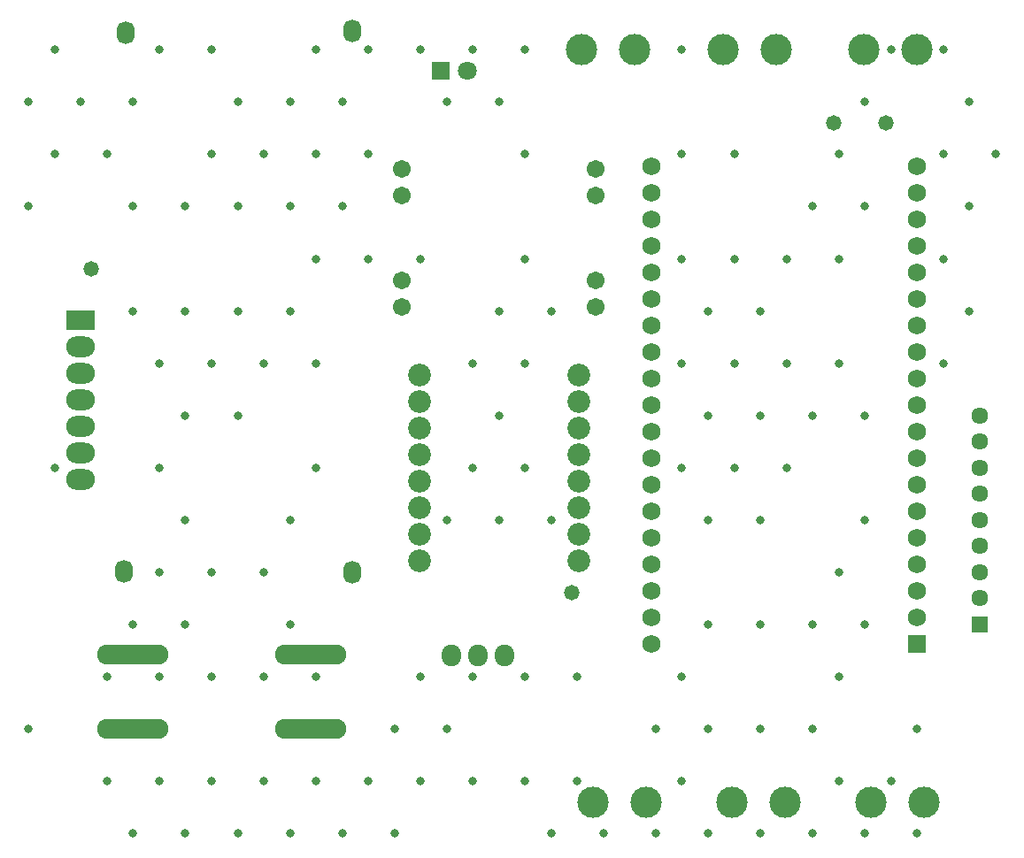
<source format=gts>
G04*
G04 #@! TF.GenerationSoftware,Altium Limited,Altium Designer,24.1.2 (44)*
G04*
G04 Layer_Color=8388736*
%FSTAX44Y44*%
%MOMM*%
G71*
G04*
G04 #@! TF.SameCoordinates,15096EBA-7BDD-494B-A6EB-00B69F680517*
G04*
G04*
G04 #@! TF.FilePolarity,Negative*
G04*
G01*
G75*
%ADD16C,1.7332*%
%ADD17R,1.7332X1.7332*%
%ADD18O,1.8542X2.1082*%
%ADD19O,6.8232X1.9232*%
%ADD20O,1.7272X2.2032*%
%ADD21R,2.7432X1.9812*%
%ADD22O,2.7432X1.9812*%
%ADD23C,2.1832*%
%ADD24C,1.7032*%
%ADD25R,1.8032X1.8032*%
%ADD26C,1.8032*%
%ADD27C,2.9972*%
%ADD28C,1.6112*%
%ADD29R,1.6112X1.6112*%
%ADD30C,0.8032*%
%ADD31C,1.4732*%
D16*
X00946Y002814D02*
D03*
Y003068D02*
D03*
Y003322D02*
D03*
Y003576D02*
D03*
Y00383D02*
D03*
Y004084D02*
D03*
Y004338D02*
D03*
Y004592D02*
D03*
Y004846D02*
D03*
Y0051D02*
D03*
Y005354D02*
D03*
Y005608D02*
D03*
Y005862D02*
D03*
Y006116D02*
D03*
Y00637D02*
D03*
Y006624D02*
D03*
Y006878D02*
D03*
Y007132D02*
D03*
Y007386D02*
D03*
X012D02*
D03*
Y007132D02*
D03*
Y006878D02*
D03*
Y006624D02*
D03*
Y00637D02*
D03*
Y006116D02*
D03*
Y005862D02*
D03*
Y005608D02*
D03*
Y005354D02*
D03*
Y0051D02*
D03*
Y004846D02*
D03*
Y004592D02*
D03*
Y004338D02*
D03*
Y004084D02*
D03*
Y00383D02*
D03*
Y003576D02*
D03*
Y003322D02*
D03*
Y003068D02*
D03*
D17*
Y002814D02*
D03*
D18*
X007546Y0027D02*
D03*
X008054D02*
D03*
X0078D02*
D03*
D19*
X0045Y002D02*
D03*
Y00271D02*
D03*
X0062Y002D02*
D03*
Y00271D02*
D03*
D20*
X0044156Y00350508D02*
D03*
X0066Y0035D02*
D03*
X00659746Y00867652D02*
D03*
X00443084Y00866382D02*
D03*
D21*
X004Y005916D02*
D03*
D22*
Y005662D02*
D03*
Y005408D02*
D03*
Y005154D02*
D03*
Y0049D02*
D03*
Y004646D02*
D03*
Y004392D02*
D03*
D23*
X008762Y003611D02*
D03*
Y003865D02*
D03*
Y004119D02*
D03*
Y004373D02*
D03*
Y004627D02*
D03*
Y004881D02*
D03*
Y005135D02*
D03*
Y005389D02*
D03*
X007238D02*
D03*
Y005135D02*
D03*
Y004881D02*
D03*
Y004627D02*
D03*
Y004373D02*
D03*
Y004119D02*
D03*
Y003865D02*
D03*
Y003611D02*
D03*
D24*
X0070725Y0073595D02*
D03*
Y0071055D02*
D03*
Y0060405D02*
D03*
Y0062945D02*
D03*
X0089275Y0060405D02*
D03*
Y0062945D02*
D03*
Y0073595D02*
D03*
Y0071055D02*
D03*
D25*
X007446Y0083D02*
D03*
D26*
X0077D02*
D03*
D27*
X0093Y0085D02*
D03*
X008792D02*
D03*
X011492D02*
D03*
X012D02*
D03*
X0094095Y0012933D02*
D03*
X0089015D02*
D03*
X01073825D02*
D03*
X01023025D02*
D03*
X012067D02*
D03*
X011559D02*
D03*
X01065Y0085D02*
D03*
X010142D02*
D03*
D28*
X0126Y005D02*
D03*
Y00475D02*
D03*
Y0045D02*
D03*
Y00425D02*
D03*
Y004D02*
D03*
Y00375D02*
D03*
Y0035D02*
D03*
Y00325D02*
D03*
D29*
Y003D02*
D03*
D30*
X0125Y008D02*
D03*
X01275Y0075D02*
D03*
X0125Y007D02*
D03*
Y006D02*
D03*
X01225Y0085D02*
D03*
Y0075D02*
D03*
Y0065D02*
D03*
Y0055D02*
D03*
X012Y002D02*
D03*
Y001D02*
D03*
X01175Y0085D02*
D03*
X0115Y008D02*
D03*
Y007D02*
D03*
Y005D02*
D03*
Y004D02*
D03*
Y003D02*
D03*
X01175Y0015D02*
D03*
X0115Y001D02*
D03*
X01125Y0075D02*
D03*
X011Y007D02*
D03*
X01125Y0065D02*
D03*
Y0055D02*
D03*
X011Y005D02*
D03*
X01125Y0035D02*
D03*
X011Y003D02*
D03*
X01125Y0025D02*
D03*
X011Y002D02*
D03*
X01125Y0015D02*
D03*
X011Y001D02*
D03*
X01075Y0065D02*
D03*
X0105Y006D02*
D03*
X01075Y0055D02*
D03*
X0105Y005D02*
D03*
X01075Y0045D02*
D03*
X0105Y004D02*
D03*
Y003D02*
D03*
Y002D02*
D03*
Y001D02*
D03*
X01025Y0075D02*
D03*
Y0065D02*
D03*
X01Y006D02*
D03*
X01025Y0055D02*
D03*
X01Y005D02*
D03*
X01025Y0045D02*
D03*
X01Y004D02*
D03*
Y003D02*
D03*
Y002D02*
D03*
Y001D02*
D03*
X00975Y0085D02*
D03*
Y0075D02*
D03*
Y0065D02*
D03*
Y0055D02*
D03*
Y0045D02*
D03*
Y0025D02*
D03*
X0095Y002D02*
D03*
X00975Y0015D02*
D03*
X0095Y001D02*
D03*
X009D02*
D03*
X0085Y006D02*
D03*
Y004D02*
D03*
X00875Y0025D02*
D03*
Y0015D02*
D03*
X0085Y001D02*
D03*
X00825Y0085D02*
D03*
X008Y008D02*
D03*
X00825Y0075D02*
D03*
Y0065D02*
D03*
X008Y006D02*
D03*
X00825Y0055D02*
D03*
X008Y005D02*
D03*
X00825Y0045D02*
D03*
X008Y004D02*
D03*
X00825Y0025D02*
D03*
Y0015D02*
D03*
X00775Y0085D02*
D03*
X0075Y008D02*
D03*
X00775Y0055D02*
D03*
Y0045D02*
D03*
X0075Y004D02*
D03*
X00775Y0025D02*
D03*
X0075Y002D02*
D03*
X00775Y0015D02*
D03*
X00725Y0085D02*
D03*
Y0065D02*
D03*
Y0025D02*
D03*
X007Y002D02*
D03*
X00725Y0015D02*
D03*
X007Y001D02*
D03*
X00675Y0085D02*
D03*
X0065Y008D02*
D03*
X00675Y0075D02*
D03*
X0065Y007D02*
D03*
X00675Y0065D02*
D03*
Y0015D02*
D03*
X0065Y001D02*
D03*
X00625Y0085D02*
D03*
X006Y008D02*
D03*
X00625Y0075D02*
D03*
X006Y007D02*
D03*
X00625Y0065D02*
D03*
X006Y006D02*
D03*
X00625Y0055D02*
D03*
Y0045D02*
D03*
X006Y004D02*
D03*
Y003D02*
D03*
X00625Y0025D02*
D03*
Y0015D02*
D03*
X006Y001D02*
D03*
X0055Y008D02*
D03*
X00575Y0075D02*
D03*
X0055Y007D02*
D03*
Y006D02*
D03*
X00575Y0055D02*
D03*
X0055Y005D02*
D03*
X00575Y0035D02*
D03*
Y0025D02*
D03*
Y0015D02*
D03*
X0055Y001D02*
D03*
X00525Y0085D02*
D03*
Y0075D02*
D03*
X005Y007D02*
D03*
Y006D02*
D03*
X00525Y0055D02*
D03*
X005Y005D02*
D03*
Y004D02*
D03*
X00525Y0035D02*
D03*
X005Y003D02*
D03*
X00525Y0025D02*
D03*
Y0015D02*
D03*
X005Y001D02*
D03*
X00475Y0085D02*
D03*
X0045Y008D02*
D03*
Y007D02*
D03*
Y006D02*
D03*
X00475Y0055D02*
D03*
Y0045D02*
D03*
Y0035D02*
D03*
X0045Y003D02*
D03*
X00475Y0025D02*
D03*
Y0015D02*
D03*
X0045Y001D02*
D03*
X004Y008D02*
D03*
X00425Y0075D02*
D03*
Y0025D02*
D03*
Y0015D02*
D03*
X00375Y0085D02*
D03*
X0035Y008D02*
D03*
X00375Y0075D02*
D03*
X0035Y007D02*
D03*
X00375Y0045D02*
D03*
X0035Y002D02*
D03*
D31*
X0087Y0033D02*
D03*
X0041Y0064D02*
D03*
X0112Y0078D02*
D03*
X0117D02*
D03*
M02*

</source>
